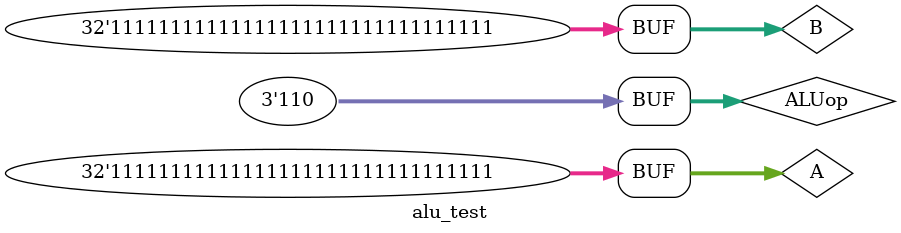
<source format=v>
`timescale 10ns / 1ns

module alu_test
();

	reg [31:0] A, B;
	reg [2:0] ALUop;
	wire [31:0] Result;
	wire Overflow, Zero, CarryOut;
	
	initial begin
		// AND
		#50; ALUop = 3'b000;
		A = ($random); B = ($random);
		#5; A = 32'hFFFFFFFF; B = 32'hFFFFFFFF;
		#5; A = 32'h11110001; B = 32'h00000001;
		// OR
		#5; ALUop = 3'b001;
		A = ($random); B = ($random);
		#5; A = 32'hFFFFFFFF; B = 32'hFFFFFFFF;
		#5; A = 32'h11110001; B = 32'h00000001;	
		// ADD
		#5; ALUop = 3'b010;
		// 0001 = 1; 0010 = 2; 0111 = 7; 1000 = 8; 1111 = F
		A = ($random); B = ($random);
		// (+) 0 111...11 + 0 000...01
		#5; A = 32'h7FFFFFFF; B = 32'h00000001;
		// (-) 1 000...01 + 1 111...10
		#5; A = 32'h80000001; B = 32'hFFFFFFF2;
		// SUB
		#5; ALUop = 3'b110;
		A = ($random); B = ($random);
		// 0 111...11 - (-)0 000...01
		#5; A = 32'h7FFFFFFF; B = 32'h80000001;
		// (-) 1 000...01 - (-)1 111...10
		#5; A = 32'h80000001; B = 32'h7FFFFFF2;
		// SLT
		#5; ALUop = 3'b111;
		A = 32'h7FFFFFFF; B = 32'hFFFFFFF2;
		#5; A = 32'h80000001; B = 32'h00000001;
		#5; A = ($random); B = ($random);
		// Test Zero
		#5; ALUop = 3'b010;
		A = 32'h00000000; B = 32'h00000000;
		#5; ALUop = 3'b110;
		A = 32'hFFFFFFFF; B = 32'hFFFFFFFF;
	end
	
	alu ALU_tb(A, B, ALUop, Overflow, CarryOut, Zero, Result);

endmodule

</source>
